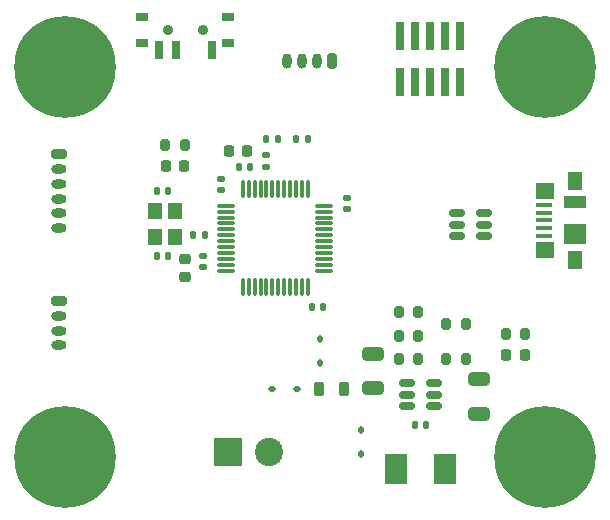
<source format=gbr>
%TF.GenerationSoftware,KiCad,Pcbnew,7.0.10*%
%TF.CreationDate,2024-03-14T18:53:23+05:30*%
%TF.ProjectId,STM32_4LAYER,53544d33-325f-4344-9c41-5945522e6b69,rev?*%
%TF.SameCoordinates,Original*%
%TF.FileFunction,Soldermask,Top*%
%TF.FilePolarity,Negative*%
%FSLAX46Y46*%
G04 Gerber Fmt 4.6, Leading zero omitted, Abs format (unit mm)*
G04 Created by KiCad (PCBNEW 7.0.10) date 2024-03-14 18:53:23*
%MOMM*%
%LPD*%
G01*
G04 APERTURE LIST*
G04 Aperture macros list*
%AMRoundRect*
0 Rectangle with rounded corners*
0 $1 Rounding radius*
0 $2 $3 $4 $5 $6 $7 $8 $9 X,Y pos of 4 corners*
0 Add a 4 corners polygon primitive as box body*
4,1,4,$2,$3,$4,$5,$6,$7,$8,$9,$2,$3,0*
0 Add four circle primitives for the rounded corners*
1,1,$1+$1,$2,$3*
1,1,$1+$1,$4,$5*
1,1,$1+$1,$6,$7*
1,1,$1+$1,$8,$9*
0 Add four rect primitives between the rounded corners*
20,1,$1+$1,$2,$3,$4,$5,0*
20,1,$1+$1,$4,$5,$6,$7,0*
20,1,$1+$1,$6,$7,$8,$9,0*
20,1,$1+$1,$8,$9,$2,$3,0*%
G04 Aperture macros list end*
%ADD10RoundRect,0.200000X-0.450000X0.200000X-0.450000X-0.200000X0.450000X-0.200000X0.450000X0.200000X0*%
%ADD11O,1.300000X0.800000*%
%ADD12RoundRect,0.200000X0.200000X0.450000X-0.200000X0.450000X-0.200000X-0.450000X0.200000X-0.450000X0*%
%ADD13O,0.800000X1.300000*%
%ADD14RoundRect,0.140000X0.140000X0.170000X-0.140000X0.170000X-0.140000X-0.170000X0.140000X-0.170000X0*%
%ADD15R,1.380000X0.450000*%
%ADD16R,1.300000X1.650000*%
%ADD17R,1.550000X1.425000*%
%ADD18R,1.900000X1.800000*%
%ADD19R,1.900000X1.000000*%
%ADD20R,1.900000X2.500000*%
%ADD21C,0.900000*%
%ADD22C,8.600000*%
%ADD23RoundRect,0.075000X-0.662500X-0.075000X0.662500X-0.075000X0.662500X0.075000X-0.662500X0.075000X0*%
%ADD24RoundRect,0.075000X-0.075000X-0.662500X0.075000X-0.662500X0.075000X0.662500X-0.075000X0.662500X0*%
%ADD25RoundRect,0.200000X0.200000X0.275000X-0.200000X0.275000X-0.200000X-0.275000X0.200000X-0.275000X0*%
%ADD26RoundRect,0.112500X0.187500X0.112500X-0.187500X0.112500X-0.187500X-0.112500X0.187500X-0.112500X0*%
%ADD27RoundRect,0.140000X-0.140000X-0.170000X0.140000X-0.170000X0.140000X0.170000X-0.140000X0.170000X0*%
%ADD28RoundRect,0.135000X-0.135000X-0.185000X0.135000X-0.185000X0.135000X0.185000X-0.135000X0.185000X0*%
%ADD29RoundRect,0.218750X-0.218750X-0.256250X0.218750X-0.256250X0.218750X0.256250X-0.218750X0.256250X0*%
%ADD30R,0.740000X2.400000*%
%ADD31RoundRect,0.140000X0.170000X-0.140000X0.170000X0.140000X-0.170000X0.140000X-0.170000X-0.140000X0*%
%ADD32RoundRect,0.250000X0.650000X-0.325000X0.650000X0.325000X-0.650000X0.325000X-0.650000X-0.325000X0*%
%ADD33R,1.000000X0.800000*%
%ADD34R,0.700000X1.500000*%
%ADD35RoundRect,0.225000X-0.225000X-0.250000X0.225000X-0.250000X0.225000X0.250000X-0.225000X0.250000X0*%
%ADD36RoundRect,0.135000X0.135000X0.185000X-0.135000X0.185000X-0.135000X-0.185000X0.135000X-0.185000X0*%
%ADD37RoundRect,0.112500X0.112500X-0.187500X0.112500X0.187500X-0.112500X0.187500X-0.112500X-0.187500X0*%
%ADD38R,2.400000X2.400000*%
%ADD39C,2.400000*%
%ADD40RoundRect,0.218750X-0.218750X-0.381250X0.218750X-0.381250X0.218750X0.381250X-0.218750X0.381250X0*%
%ADD41RoundRect,0.140000X-0.170000X0.140000X-0.170000X-0.140000X0.170000X-0.140000X0.170000X0.140000X0*%
%ADD42RoundRect,0.200000X-0.200000X-0.275000X0.200000X-0.275000X0.200000X0.275000X-0.200000X0.275000X0*%
%ADD43RoundRect,0.225000X0.250000X-0.225000X0.250000X0.225000X-0.250000X0.225000X-0.250000X-0.225000X0*%
%ADD44R,1.200000X1.400000*%
%ADD45RoundRect,0.150000X0.512500X0.150000X-0.512500X0.150000X-0.512500X-0.150000X0.512500X-0.150000X0*%
%ADD46RoundRect,0.218750X0.218750X0.256250X-0.218750X0.256250X-0.218750X-0.256250X0.218750X-0.256250X0*%
%ADD47RoundRect,0.135000X0.185000X-0.135000X0.185000X0.135000X-0.185000X0.135000X-0.185000X-0.135000X0*%
G04 APERTURE END LIST*
D10*
%TO.C,J5*%
X154430200Y-98582000D03*
D11*
X154430200Y-99832000D03*
X154430200Y-101082000D03*
X154430200Y-102332000D03*
%TD*%
D12*
%TO.C,J4*%
X177490600Y-78230200D03*
D13*
X176240600Y-78230200D03*
X174990600Y-78230200D03*
X173740600Y-78230200D03*
%TD*%
D14*
%TO.C,C12*%
X185480000Y-109050000D03*
X184520000Y-109050000D03*
%TD*%
D15*
%TO.C,J1*%
X195460000Y-93050000D03*
X195460000Y-92400000D03*
X195460000Y-91750000D03*
X195460000Y-91100000D03*
X195460000Y-90450000D03*
D16*
X198120000Y-95125000D03*
D17*
X195545000Y-94237500D03*
D18*
X198120000Y-92900000D03*
D19*
X198120000Y-90200000D03*
D17*
X195545000Y-89262500D03*
D16*
X198120000Y-88375000D03*
%TD*%
D20*
%TO.C,L1*%
X182950000Y-112800000D03*
X187050000Y-112800000D03*
%TD*%
D21*
%TO.C,H2*%
X192355000Y-78740000D03*
X193299581Y-76459581D03*
X193299581Y-81020419D03*
X195580000Y-75515000D03*
D22*
X195580000Y-78740000D03*
D21*
X195580000Y-81965000D03*
X197860419Y-76459581D03*
X197860419Y-81020419D03*
X198805000Y-78740000D03*
%TD*%
%TO.C,H4*%
X192355000Y-111760000D03*
X193299581Y-109479581D03*
X193299581Y-114040419D03*
X195580000Y-108535000D03*
D22*
X195580000Y-111760000D03*
D21*
X195580000Y-114985000D03*
X197860419Y-109479581D03*
X197860419Y-114040419D03*
X198805000Y-111760000D03*
%TD*%
D23*
%TO.C,U1*%
X168557500Y-90500000D03*
X168557500Y-91000000D03*
X168557500Y-91500000D03*
X168557500Y-92000000D03*
X168557500Y-92500000D03*
X168557500Y-93000000D03*
X168557500Y-93500000D03*
X168557500Y-94000000D03*
X168557500Y-94500000D03*
X168557500Y-95000000D03*
X168557500Y-95500000D03*
X168557500Y-96000000D03*
D24*
X169970000Y-97412500D03*
X170470000Y-97412500D03*
X170970000Y-97412500D03*
X171470000Y-97412500D03*
X171970000Y-97412500D03*
X172470000Y-97412500D03*
X172970000Y-97412500D03*
X173470000Y-97412500D03*
X173970000Y-97412500D03*
X174470000Y-97412500D03*
X174970000Y-97412500D03*
X175470000Y-97412500D03*
D23*
X176882500Y-96000000D03*
X176882500Y-95500000D03*
X176882500Y-95000000D03*
X176882500Y-94500000D03*
X176882500Y-94000000D03*
X176882500Y-93500000D03*
X176882500Y-93000000D03*
X176882500Y-92500000D03*
X176882500Y-92000000D03*
X176882500Y-91500000D03*
X176882500Y-91000000D03*
X176882500Y-90500000D03*
D24*
X175470000Y-89087500D03*
X174970000Y-89087500D03*
X174470000Y-89087500D03*
X173970000Y-89087500D03*
X173470000Y-89087500D03*
X172970000Y-89087500D03*
X172470000Y-89087500D03*
X171970000Y-89087500D03*
X171470000Y-89087500D03*
X170970000Y-89087500D03*
X170470000Y-89087500D03*
X169970000Y-89087500D03*
%TD*%
D14*
%TO.C,C2*%
X176756000Y-99060000D03*
X175796000Y-99060000D03*
%TD*%
D25*
%TO.C,R9*%
X188825000Y-100500000D03*
X187175000Y-100500000D03*
%TD*%
D10*
%TO.C,J6*%
X154432000Y-86155200D03*
D11*
X154432000Y-87405200D03*
X154432000Y-88655200D03*
X154432000Y-89905200D03*
X154432000Y-91155200D03*
X154432000Y-92405200D03*
%TD*%
D26*
%TO.C,D2*%
X174550000Y-106000000D03*
X172450000Y-106000000D03*
%TD*%
D27*
%TO.C,C6*%
X162680000Y-89282000D03*
X163640000Y-89282000D03*
%TD*%
D21*
%TO.C,H3*%
X151715000Y-111760000D03*
X152659581Y-109479581D03*
X152659581Y-114040419D03*
X154940000Y-108535000D03*
D22*
X154940000Y-111760000D03*
D21*
X154940000Y-114985000D03*
X157220419Y-109479581D03*
X157220419Y-114040419D03*
X158165000Y-111760000D03*
%TD*%
D28*
%TO.C,R2*%
X174496000Y-84836000D03*
X175516000Y-84836000D03*
%TD*%
D29*
%TO.C,D1*%
X163423500Y-87122000D03*
X164998500Y-87122000D03*
%TD*%
D30*
%TO.C,J3*%
X188341000Y-76155000D03*
X188341000Y-80055000D03*
X187071000Y-76155000D03*
X187071000Y-80055000D03*
X185801000Y-76155000D03*
X185801000Y-80055000D03*
X184531000Y-76155000D03*
X184531000Y-80055000D03*
X183261000Y-76155000D03*
X183261000Y-80055000D03*
%TD*%
D31*
%TO.C,C8*%
X166632500Y-95730000D03*
X166632500Y-94770000D03*
%TD*%
D32*
%TO.C,C11*%
X190000000Y-108155000D03*
X190000000Y-105205000D03*
%TD*%
D33*
%TO.C,SW1*%
X168750000Y-76693000D03*
X168750000Y-74483000D03*
D21*
X166600000Y-75583000D03*
X163600000Y-75583000D03*
D33*
X161450000Y-76693000D03*
X161450000Y-74483000D03*
D34*
X167350000Y-77343000D03*
X164350000Y-77343000D03*
X162850000Y-77343000D03*
%TD*%
D28*
%TO.C,R3*%
X165733000Y-92964000D03*
X166753000Y-92964000D03*
%TD*%
D35*
%TO.C,C1*%
X168770000Y-85852000D03*
X170320000Y-85852000D03*
%TD*%
D36*
%TO.C,R5*%
X172976000Y-84836000D03*
X171956000Y-84836000D03*
%TD*%
D25*
%TO.C,R4*%
X165036000Y-85344000D03*
X163386000Y-85344000D03*
%TD*%
D32*
%TO.C,C10*%
X181000000Y-105975000D03*
X181000000Y-103025000D03*
%TD*%
D37*
%TO.C,D4*%
X180000000Y-111550000D03*
X180000000Y-109450000D03*
%TD*%
D38*
%TO.C,J2*%
X168684000Y-111314000D03*
D39*
X172184000Y-111314000D03*
%TD*%
D27*
%TO.C,C4*%
X169652500Y-87250000D03*
X170612500Y-87250000D03*
%TD*%
D14*
%TO.C,C9*%
X163640000Y-94782000D03*
X162680000Y-94782000D03*
%TD*%
D40*
%TO.C,FB1*%
X176437500Y-106000000D03*
X178562500Y-106000000D03*
%TD*%
D41*
%TO.C,C3*%
X178816000Y-89817000D03*
X178816000Y-90777000D03*
%TD*%
D42*
%TO.C,R11*%
X192215000Y-101346000D03*
X193865000Y-101346000D03*
%TD*%
D25*
%TO.C,R6*%
X184825000Y-103500000D03*
X183175000Y-103500000D03*
%TD*%
D43*
%TO.C,C7*%
X165100000Y-96533000D03*
X165100000Y-94983000D03*
%TD*%
D42*
%TO.C,R7*%
X183175000Y-101500000D03*
X184825000Y-101500000D03*
%TD*%
D44*
%TO.C,Y1*%
X162560000Y-90932000D03*
X162560000Y-93132000D03*
X164260000Y-93132000D03*
X164260000Y-90932000D03*
%TD*%
D21*
%TO.C,H1*%
X151715000Y-78740000D03*
X152659581Y-76459581D03*
X152659581Y-81020419D03*
X154940000Y-75515000D03*
D22*
X154940000Y-78740000D03*
D21*
X154940000Y-81965000D03*
X157220419Y-76459581D03*
X157220419Y-81020419D03*
X158165000Y-78740000D03*
%TD*%
D42*
%TO.C,R10*%
X183175000Y-99500000D03*
X184825000Y-99500000D03*
%TD*%
D31*
%TO.C,C5*%
X168132500Y-89210000D03*
X168132500Y-88250000D03*
%TD*%
D45*
%TO.C,U2*%
X190367500Y-93050000D03*
X190367500Y-92100000D03*
X190367500Y-91150000D03*
X188092500Y-91150000D03*
X188092500Y-92100000D03*
X188092500Y-93050000D03*
%TD*%
D42*
%TO.C,R8*%
X187175000Y-103500000D03*
X188825000Y-103500000D03*
%TD*%
D37*
%TO.C,D3*%
X176500000Y-103850000D03*
X176500000Y-101750000D03*
%TD*%
D45*
%TO.C,U3*%
X186137500Y-107450000D03*
X186137500Y-106500000D03*
X186137500Y-105550000D03*
X183862500Y-105550000D03*
X183862500Y-106500000D03*
X183862500Y-107450000D03*
%TD*%
D46*
%TO.C,D5*%
X193827500Y-103124000D03*
X192252500Y-103124000D03*
%TD*%
D47*
%TO.C,R1*%
X171958000Y-87260000D03*
X171958000Y-86240000D03*
%TD*%
M02*

</source>
